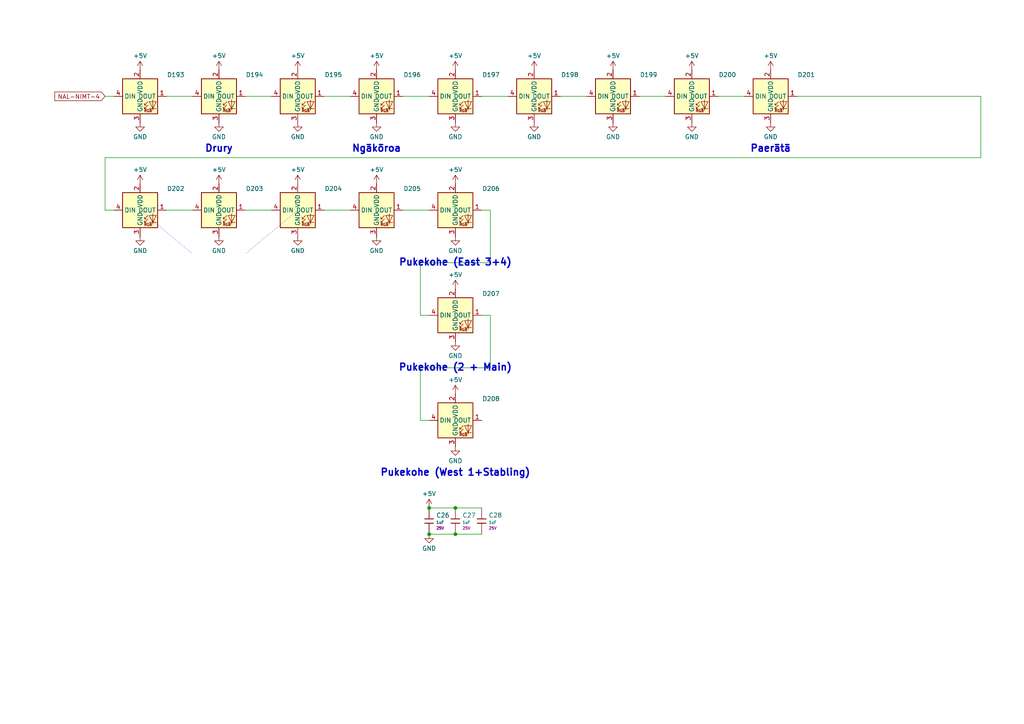
<source format=kicad_sch>
(kicad_sch (version 20250114) (generator "eeschema") (generator_version "9.0")
  (paper "A4")
  (title_block (title "Auckland Train Network Live Map") (date "2025-06-23") (rev "1.1.0") (company "Kea Studios") (comment 1 "©Chris Dirks") (comment 2 "MIT License"))
  (lib_symbols
    (symbol "PCM_JLCPCB-Capacitors:0402,1uF" (pin_numbers (hide yes)) (pin_names (offset 0))
      (property "Reference" "C" (at 2.032 1.668 0))
      (property "Value" "1uF" (at 2.032 -0.3782 0))
      (property "Voltage Rated" "25V" (at 2.032 -2.0462 0))
      (symbol "0402,1uF_0_1"
        (polyline (pts (xy -1.27 0.635) (xy 1.27 0.635)) (stroke (width 0.254)))
        (polyline (pts (xy -1.27 -0.635) (xy 1.27 -0.635)) (stroke (width 0.254)))
      )
      (symbol "0402,1uF_1_1"
        (pin passive line (at 0 3.81 270) (length 3.175) (name "~") (number "1"))
        (pin passive line (at 0 -3.81 90) (length 3.175) (name "~") (number "2"))
      )
    )
    (symbol "PCM_JLCPCB-Extended:LED, WS2812B, 1615"
      (property "Reference" "D" (at 1.778 6.604 0))
      (symbol "LED, WS2812B, 1615_0_0"
        (text "RGB" (at 2.286 -4.191 0) (effects (font (size 0.762 0.762))))
      )
      (symbol "LED, WS2812B, 1615_0_1"
        (polyline (pts (xy 1.27 -2.54) (xy 1.778 -2.54)))
        (polyline (pts (xy 1.27 -3.556) (xy 1.778 -3.556)))
        (polyline (pts (xy 2.286 -1.524) (xy 1.27 -2.54) (xy 1.27 -2.032)))
        (polyline (pts (xy 2.286 -2.54) (xy 1.27 -3.556) (xy 1.27 -3.048)))
        (polyline (pts (xy 3.683 -1.016) (xy 3.683 -3.556) (xy 3.683 -4.064)))
        (polyline (pts (xy 4.699 -1.524) (xy 2.667 -1.524) (xy 3.683 -3.556) (xy 4.699 -1.524)))
        (polyline (pts (xy 4.699 -3.556) (xy 2.667 -3.556)))
        (rectangle (start 5.08 5.08) (end -5.08 -5.08) (stroke (width 0.254)) (fill (type background)))
      )
      (symbol "LED, WS2812B, 1615_1_1"
        (pin input line (at -7.62 0 0) (length 2.54) (name "DIN") (number "4"))
        (pin power_in line (at 0 7.62 270) (length 2.54) (name "VDD") (number "2"))
        (pin power_in line (at 0 -7.62 90) (length 2.54) (name "GND") (number "3"))
        (pin output line (at 7.62 0 180) (length 2.54) (name "DOUT") (number "1"))
      )
    )
    (symbol "power:+5V" (power) (pin_numbers (hide yes)) (pin_names (offset 0) (hide yes))
      (property "Value" "+5V" (at 0 3.556 0))
      (symbol "+5V_0_1"
        (polyline (pts (xy -0.762 1.27) (xy 0 2.54)))
        (polyline (pts (xy 0 2.54) (xy 0.762 1.27)))
        (polyline (pts (xy 0 0) (xy 0 2.54)))
      )
      (symbol "+5V_1_1"
        (pin power_in line (at 0 0 90) (length 0) (name "~") (number "1"))
      )
    )
    (symbol "power:GND" (power) (pin_numbers (hide yes)) (pin_names (offset 0) (hide yes))
      (property "Value" "GND" (at 0 -3.81 0))
      (symbol "GND_0_1"
        (polyline (pts (xy 0 0) (xy 0 -1.27) (xy 1.27 -1.27) (xy 0 -2.54) (xy -1.27 -1.27) (xy 0 -1.27)))
      )
      (symbol "GND_1_1"
        (pin power_in line (at 0 0 270) (length 0) (name "~") (number "1"))
      )
    )
  )
  (text "Paerātā" (at 223.52 43.18 0) (effects (font (size 2 2) (thickness 0.4) (bold yes))))
  (text "Drury" (at 63.5 43.18 0) (effects (font (size 2 2) (thickness 0.4) (bold yes))))
  (text "Pukekohe (2 + Main)" (at 132.08 106.68 0) (effects (font (size 2 2) (thickness 0.4) (bold yes))))
  (text "Pukekohe (East 3+4)" (at 132.08 76.2 0) (effects (font (size 2 2) (thickness 0.4) (bold yes))))
  (text "Ngākōroa" (at 109.22 43.18 0) (effects (font (size 2 2) (thickness 0.4) (bold yes))))
  (text "Pukekohe (West 1+Stabling)" (at 132.08 137.16 0) (effects (font (size 2 2) (thickness 0.4) (bold yes))))
  (junction (at 132.08 147.32))
  (junction (at 132.08 154.94))
  (junction (at 124.46 147.32))
  (junction (at 124.46 154.94))
  (wire (pts (xy 142.24 91.44) (xy 139.7 91.44)))
  (wire (pts (xy 284.48 45.72) (xy 30.48 45.72)))
  (wire (pts (xy 142.24 106.68) (xy 142.24 91.44)))
  (wire (pts (xy 124.46 91.44) (xy 121.92 91.44)))
  (wire (pts (xy 142.24 76.2) (xy 142.24 60.96)))
  (wire (pts (xy 116.84 27.94) (xy 124.46 27.94)))
  (wire (pts (xy 132.08 154.94) (xy 139.7 154.94)))
  (polyline (pts (xy 40.64 60.96) (xy 55.88 73.66)) (stroke (width 0) (type dot)))
  (wire (pts (xy 162.56 27.94) (xy 170.18 27.94)))
  (wire (pts (xy 71.12 27.94) (xy 78.74 27.94)))
  (wire (pts (xy 132.08 147.32) (xy 139.7 147.32)))
  (wire (pts (xy 71.12 60.96) (xy 78.74 60.96)))
  (wire (pts (xy 142.24 60.96) (xy 139.7 60.96)))
  (wire (pts (xy 124.46 154.94) (xy 132.08 154.94)))
  (wire (pts (xy 121.92 76.2) (xy 142.24 76.2)))
  (wire (pts (xy 30.48 60.96) (xy 33.02 60.96)))
  (wire (pts (xy 121.92 106.68) (xy 142.24 106.68)))
  (polyline (pts (xy 86.36 60.96) (xy 71.12 73.66)) (stroke (width 0) (type dot)))
  (wire (pts (xy 121.92 121.92) (xy 121.92 106.68)))
  (wire (pts (xy 139.7 27.94) (xy 147.32 27.94)))
  (wire (pts (xy 30.48 45.72) (xy 30.48 60.96)))
  (wire (pts (xy 208.28 27.94) (xy 215.9 27.94)))
  (wire (pts (xy 231.14 27.94) (xy 284.48 27.94)))
  (wire (pts (xy 93.98 60.96) (xy 101.6 60.96)))
  (wire (pts (xy 30.48 27.94) (xy 33.02 27.94)))
  (wire (pts (xy 48.26 60.96) (xy 55.88 60.96)))
  (wire (pts (xy 284.48 27.94) (xy 284.48 45.72)))
  (wire (pts (xy 185.42 27.94) (xy 193.04 27.94)))
  (wire (pts (xy 121.92 91.44) (xy 121.92 76.2)))
  (wire (pts (xy 48.26 27.94) (xy 55.88 27.94)))
  (wire (pts (xy 124.46 147.32) (xy 132.08 147.32)))
  (wire (pts (xy 116.84 60.96) (xy 124.46 60.96)))
  (wire (pts (xy 93.98 27.94) (xy 101.6 27.94)))
  (wire (pts (xy 124.46 121.92) (xy 121.92 121.92)))
  (global_label "NAL-NIMT-4" (shape input) (at 30.48 27.94 180) (property "Intersheetrefs" "${INTERSHEET_REFS}" (effects (hide yes))))
  (symbol (lib_id "power:GND") (at 132.08 35.56 0) (unit 1)
    (property "Reference" "#PWR0251" (effects (hide yes)))
    (property "Value" "GND" (at 132.08 39.6931 0))
    (property "Description" "Power symbol creates a global label with name \"GND\" , ground" (effects (hide yes)))
  )
  (symbol (lib_id "power:GND") (at 109.22 35.56 0) (unit 1)
    (property "Reference" "#PWR0249" (effects (hide yes)))
    (property "Value" "GND" (at 109.22 39.6931 0))
    (property "Description" "Power symbol creates a global label with name \"GND\" , ground" (effects (hide yes)))
  )
  (symbol (lib_id "PCM_JLCPCB-Extended:LED, WS2812B, 1615") (at 86.36 27.94 0) (unit 1)
    (property "Reference" "D195" (at 96.6976 21.6934 0))
    (property "Value" "XL-1615RGBC-WS2812B-S" (effects (hide yes)))
    (property "Footprint" "PCM_JLCPCB:LED-SMD_4P-L1.6-W1.5_XL-1615RGBC-WS2812B" (effects (hide yes)))
    (property "Datasheet" "https://atta.szlcsc.com/upload/public/pdf/source/20230111/5AD58278EBED6B6650A81C53A19BF314.pdf" (effects (hide yes)))
    (property "Description" "1615 RGB LEDs(Built-in IC) ROHS" (effects (hide yes)))
    (property "LCSC" "C41413180" (effects (hide yes)))
    (property "Manufacturer" "XINGLIGHT" (effects (hide yes)))
    (property "Part" "XL-1615RGBC-WS2812B-S" (effects (hide yes)))
  )
  (symbol (lib_id "power:GND") (at 86.36 68.58 0) (unit 1)
    (property "Reference" "#PWR0265" (effects (hide yes)))
    (property "Value" "GND" (at 86.36 72.7131 0))
    (property "Description" "Power symbol creates a global label with name \"GND\" , ground" (effects (hide yes)))
  )
  (symbol (lib_id "power:GND") (at 40.64 68.58 0) (unit 1)
    (property "Reference" "#PWR0261" (effects (hide yes)))
    (property "Value" "GND" (at 40.64 72.7131 0))
    (property "Description" "Power symbol creates a global label with name \"GND\" , ground" (effects (hide yes)))
  )
  (symbol (lib_id "power:+5V") (at 132.08 114.3 0) (unit 1)
    (property "Reference" "#PWR0272" (effects (hide yes)))
    (property "Value" "+5V" (at 132.08 110.1669 0))
    (property "Description" "Power symbol creates a global label with name \"+5V\"" (effects (hide yes)))
  )
  (symbol (lib_id "power:GND") (at 177.8 35.56 0) (unit 1)
    (property "Reference" "#PWR0255" (effects (hide yes)))
    (property "Value" "GND" (at 177.8 39.6931 0))
    (property "Description" "Power symbol creates a global label with name \"GND\" , ground" (effects (hide yes)))
  )
  (symbol (lib_id "power:+5V") (at 40.64 53.34 0) (unit 1)
    (property "Reference" "#PWR0260" (effects (hide yes)))
    (property "Value" "+5V" (at 40.64 49.2069 0))
    (property "Description" "Power symbol creates a global label with name \"+5V\"" (effects (hide yes)))
  )
  (symbol (lib_id "power:GND") (at 63.5 35.56 0) (unit 1)
    (property "Reference" "#PWR0245" (effects (hide yes)))
    (property "Value" "GND" (at 63.5 39.6931 0))
    (property "Description" "Power symbol creates a global label with name \"GND\" , ground" (effects (hide yes)))
  )
  (symbol (lib_id "power:+5V") (at 154.94 20.32 0) (unit 1)
    (property "Reference" "#PWR0252" (effects (hide yes)))
    (property "Value" "+5V" (at 154.94 16.1869 0))
    (property "Description" "Power symbol creates a global label with name \"+5V\"" (effects (hide yes)))
  )
  (symbol (lib_id "power:+5V") (at 223.52 20.32 0) (unit 1)
    (property "Reference" "#PWR0258" (effects (hide yes)))
    (property "Value" "+5V" (at 223.52 16.1869 0))
    (property "Description" "Power symbol creates a global label with name \"+5V\"" (effects (hide yes)))
  )
  (symbol (lib_id "power:+5V") (at 109.22 53.34 0) (unit 1)
    (property "Reference" "#PWR0266" (effects (hide yes)))
    (property "Value" "+5V" (at 109.22 49.2069 0))
    (property "Description" "Power symbol creates a global label with name \"+5V\"" (effects (hide yes)))
  )
  (symbol (lib_id "power:GND") (at 132.08 129.54 0) (unit 1)
    (property "Reference" "#PWR0273" (effects (hide yes)))
    (property "Value" "GND" (at 132.08 133.6731 0))
    (property "Description" "Power symbol creates a global label with name \"GND\" , ground" (effects (hide yes)))
  )
  (symbol (lib_id "PCM_JLCPCB-Extended:LED, WS2812B, 1615") (at 223.52 27.94 0) (unit 1)
    (property "Reference" "D201" (at 233.8576 21.6934 0))
    (property "Value" "XL-1615RGBC-WS2812B-S" (effects (hide yes)))
    (property "Footprint" "PCM_JLCPCB:LED-SMD_4P-L1.6-W1.5_XL-1615RGBC-WS2812B" (effects (hide yes)))
    (property "Datasheet" "https://atta.szlcsc.com/upload/public/pdf/source/20230111/5AD58278EBED6B6650A81C53A19BF314.pdf" (effects (hide yes)))
    (property "Description" "1615 RGB LEDs(Built-in IC) ROHS" (effects (hide yes)))
    (property "LCSC" "C41413180" (effects (hide yes)))
    (property "Manufacturer" "XINGLIGHT" (effects (hide yes)))
    (property "Part" "XL-1615RGBC-WS2812B-S" (effects (hide yes)))
  )
  (symbol (lib_id "PCM_JLCPCB-Capacitors:0402,1uF") (at 124.46 151.13 0) (unit 1)
    (property "Reference" "C26" (at 126.492 149.462 0) (effects (justify left)))
    (property "Value" "1uF" (at 126.492 151.5082 0) (effects (font (size 0.8 0.8)) (justify left)))
    (property "Footprint" "PCM_JLCPCB:C_0402" (effects (hide yes)))
    (property "Datasheet" "https://www.lcsc.com/datasheet/lcsc_datasheet_2304140030_Samsung-Electro-Mechanics-CL05A105KA5NQNC_C52923.pdf" (effects (hide yes)))
    (property "Description" "25V 1uF X5R ±10% 0402 Multilayer Ceramic Capacitors MLCC - SMD/SMT ROHS" (effects (hide yes)))
    (property "LCSC" "C52923" (effects (hide yes)))
    (property "Stock" "9606588" (effects (hide yes)))
    (property "Price" "0.006USD" (effects (hide yes)))
    (property "Process" "SMT" (effects (hide yes)))
    (property "Minimum Qty" "20" (effects (hide yes)))
    (property "Attrition Qty" "10" (effects (hide yes)))
    (property "Class" "Basic Component" (effects (hide yes)))
    (property "Category" "Capacitors,Multilayer Ceramic Capacitors MLCC - SMD/SMT" (effects (hide yes)))
    (property "Manufacturer" "Samsung Electro-Mechanics" (effects (hide yes)))
    (property "Part" "CL05A105KA5NQNC" (effects (hide yes)))
    (property "Voltage Rated" "25V" (at 126.492 153.1762 0) (effects (font (size 0.8 0.8)) (justify left)))
    (property "Tolerance" "±10%" (effects (hide yes)))
    (property "Capacitance" "1uF" (effects (hide yes)))
    (property "Temperature Coefficient" "X5R" (effects (hide yes)))
  )
  (symbol (lib_id "power:+5V") (at 177.8 20.32 0) (unit 1)
    (property "Reference" "#PWR0254" (effects (hide yes)))
    (property "Value" "+5V" (at 177.8 16.1869 0))
    (property "Description" "Power symbol creates a global label with name \"+5V\"" (effects (hide yes)))
  )
  (symbol (lib_id "PCM_JLCPCB-Extended:LED, WS2812B, 1615") (at 40.64 27.94 0) (unit 1)
    (property "Reference" "D193" (at 50.9776 21.6934 0))
    (property "Value" "XL-1615RGBC-WS2812B-S" (effects (hide yes)))
    (property "Footprint" "PCM_JLCPCB:LED-SMD_4P-L1.6-W1.5_XL-1615RGBC-WS2812B" (effects (hide yes)))
    (property "Datasheet" "https://atta.szlcsc.com/upload/public/pdf/source/20230111/5AD58278EBED6B6650A81C53A19BF314.pdf" (effects (hide yes)))
    (property "Description" "1615 RGB LEDs(Built-in IC) ROHS" (effects (hide yes)))
    (property "LCSC" "C41413180" (effects (hide yes)))
    (property "Manufacturer" "XINGLIGHT" (effects (hide yes)))
    (property "Part" "XL-1615RGBC-WS2812B-S" (effects (hide yes)))
  )
  (symbol (lib_id "PCM_JLCPCB-Capacitors:0402,1uF") (at 139.7 151.13 0) (unit 1)
    (property "Reference" "C28" (at 141.732 149.462 0) (effects (justify left)))
    (property "Value" "1uF" (at 141.732 151.5082 0) (effects (font (size 0.8 0.8)) (justify left)))
    (property "Footprint" "PCM_JLCPCB:C_0402" (effects (hide yes)))
    (property "Datasheet" "https://www.lcsc.com/datasheet/lcsc_datasheet_2304140030_Samsung-Electro-Mechanics-CL05A105KA5NQNC_C52923.pdf" (effects (hide yes)))
    (property "Description" "25V 1uF X5R ±10% 0402 Multilayer Ceramic Capacitors MLCC - SMD/SMT ROHS" (effects (hide yes)))
    (property "LCSC" "C52923" (effects (hide yes)))
    (property "Stock" "9606588" (effects (hide yes)))
    (property "Price" "0.006USD" (effects (hide yes)))
    (property "Process" "SMT" (effects (hide yes)))
    (property "Minimum Qty" "20" (effects (hide yes)))
    (property "Attrition Qty" "10" (effects (hide yes)))
    (property "Class" "Basic Component" (effects (hide yes)))
    (property "Category" "Capacitors,Multilayer Ceramic Capacitors MLCC - SMD/SMT" (effects (hide yes)))
    (property "Manufacturer" "Samsung Electro-Mechanics" (effects (hide yes)))
    (property "Part" "CL05A105KA5NQNC" (effects (hide yes)))
    (property "Voltage Rated" "25V" (at 141.732 153.1762 0) (effects (font (size 0.8 0.8)) (justify left)))
    (property "Tolerance" "±10%" (effects (hide yes)))
    (property "Capacitance" "1uF" (effects (hide yes)))
    (property "Temperature Coefficient" "X5R" (effects (hide yes)))
  )
  (symbol (lib_id "power:GND") (at 200.66 35.56 0) (unit 1)
    (property "Reference" "#PWR0257" (effects (hide yes)))
    (property "Value" "GND" (at 200.66 39.6931 0))
    (property "Description" "Power symbol creates a global label with name \"GND\" , ground" (effects (hide yes)))
  )
  (symbol (lib_id "power:GND") (at 63.5 68.58 0) (unit 1)
    (property "Reference" "#PWR0263" (effects (hide yes)))
    (property "Value" "GND" (at 63.5 72.7131 0))
    (property "Description" "Power symbol creates a global label with name \"GND\" , ground" (effects (hide yes)))
  )
  (symbol (lib_id "PCM_JLCPCB-Extended:LED, WS2812B, 1615") (at 40.64 60.96 0) (unit 1)
    (property "Reference" "D202" (at 50.9776 54.7134 0))
    (property "Value" "XL-1615RGBC-WS2812B-S" (effects (hide yes)))
    (property "Footprint" "PCM_JLCPCB:LED-SMD_4P-L1.6-W1.5_XL-1615RGBC-WS2812B" (effects (hide yes)))
    (property "Datasheet" "https://atta.szlcsc.com/upload/public/pdf/source/20230111/5AD58278EBED6B6650A81C53A19BF314.pdf" (effects (hide yes)))
    (property "Description" "1615 RGB LEDs(Built-in IC) ROHS" (effects (hide yes)))
    (property "LCSC" "C41413180" (effects (hide yes)))
    (property "Manufacturer" "XINGLIGHT" (effects (hide yes)))
    (property "Part" "XL-1615RGBC-WS2812B-S" (effects (hide yes)))
  )
  (symbol (lib_id "PCM_JLCPCB-Extended:LED, WS2812B, 1615") (at 200.66 27.94 0) (unit 1)
    (property "Reference" "D200" (at 210.9976 21.6934 0))
    (property "Value" "XL-1615RGBC-WS2812B-S" (effects (hide yes)))
    (property "Footprint" "PCM_JLCPCB:LED-SMD_4P-L1.6-W1.5_XL-1615RGBC-WS2812B" (effects (hide yes)))
    (property "Datasheet" "https://atta.szlcsc.com/upload/public/pdf/source/20230111/5AD58278EBED6B6650A81C53A19BF314.pdf" (effects (hide yes)))
    (property "Description" "1615 RGB LEDs(Built-in IC) ROHS" (effects (hide yes)))
    (property "LCSC" "C41413180" (effects (hide yes)))
    (property "Manufacturer" "XINGLIGHT" (effects (hide yes)))
    (property "Part" "XL-1615RGBC-WS2812B-S" (effects (hide yes)))
  )
  (symbol (lib_id "power:+5V") (at 132.08 83.82 0) (unit 1)
    (property "Reference" "#PWR0270" (effects (hide yes)))
    (property "Value" "+5V" (at 132.08 79.6869 0))
    (property "Description" "Power symbol creates a global label with name \"+5V\"" (effects (hide yes)))
  )
  (symbol (lib_id "PCM_JLCPCB-Extended:LED, WS2812B, 1615") (at 63.5 60.96 0) (unit 1)
    (property "Reference" "D203" (at 73.8376 54.7134 0))
    (property "Value" "XL-1615RGBC-WS2812B-S" (effects (hide yes)))
    (property "Footprint" "PCM_JLCPCB:LED-SMD_4P-L1.6-W1.5_XL-1615RGBC-WS2812B" (effects (hide yes)))
    (property "Datasheet" "https://atta.szlcsc.com/upload/public/pdf/source/20230111/5AD58278EBED6B6650A81C53A19BF314.pdf" (effects (hide yes)))
    (property "Description" "1615 RGB LEDs(Built-in IC) ROHS" (effects (hide yes)))
    (property "LCSC" "C41413180" (effects (hide yes)))
    (property "Manufacturer" "XINGLIGHT" (effects (hide yes)))
    (property "Part" "XL-1615RGBC-WS2812B-S" (effects (hide yes)))
  )
  (symbol (lib_id "power:+5V") (at 124.46 147.32 0) (unit 1)
    (property "Reference" "#PWR048" (effects (hide yes)))
    (property "Value" "+5V" (at 124.46 143.1869 0))
    (property "Description" "Power symbol creates a global label with name \"+5V\"" (effects (hide yes)))
  )
  (symbol (lib_id "power:GND") (at 124.46 154.94 0) (unit 1)
    (property "Reference" "#PWR049" (effects (hide yes)))
    (property "Value" "GND" (at 124.46 159.0731 0))
    (property "Description" "Power symbol creates a global label with name \"GND\" , ground" (effects (hide yes)))
  )
  (symbol (lib_id "power:GND") (at 40.64 35.56 0) (unit 1)
    (property "Reference" "#PWR0243" (effects (hide yes)))
    (property "Value" "GND" (at 40.64 39.6931 0))
    (property "Description" "Power symbol creates a global label with name \"GND\" , ground" (effects (hide yes)))
  )
  (symbol (lib_id "PCM_JLCPCB-Capacitors:0402,1uF") (at 132.08 151.13 0) (unit 1)
    (property "Reference" "C27" (at 134.112 149.462 0) (effects (justify left)))
    (property "Value" "1uF" (at 134.112 151.5082 0) (effects (font (size 0.8 0.8)) (justify left)))
    (property "Footprint" "PCM_JLCPCB:C_0402" (effects (hide yes)))
    (property "Datasheet" "https://www.lcsc.com/datasheet/lcsc_datasheet_2304140030_Samsung-Electro-Mechanics-CL05A105KA5NQNC_C52923.pdf" (effects (hide yes)))
    (property "Description" "25V 1uF X5R ±10% 0402 Multilayer Ceramic Capacitors MLCC - SMD/SMT ROHS" (effects (hide yes)))
    (property "LCSC" "C52923" (effects (hide yes)))
    (property "Stock" "9606588" (effects (hide yes)))
    (property "Price" "0.006USD" (effects (hide yes)))
    (property "Process" "SMT" (effects (hide yes)))
    (property "Minimum Qty" "20" (effects (hide yes)))
    (property "Attrition Qty" "10" (effects (hide yes)))
    (property "Class" "Basic Component" (effects (hide yes)))
    (property "Category" "Capacitors,Multilayer Ceramic Capacitors MLCC - SMD/SMT" (effects (hide yes)))
    (property "Manufacturer" "Samsung Electro-Mechanics" (effects (hide yes)))
    (property "Part" "CL05A105KA5NQNC" (effects (hide yes)))
    (property "Voltage Rated" "25V" (at 134.112 153.1762 0) (effects (font (size 0.8 0.8)) (justify left)))
    (property "Tolerance" "±10%" (effects (hide yes)))
    (property "Capacitance" "1uF" (effects (hide yes)))
    (property "Temperature Coefficient" "X5R" (effects (hide yes)))
  )
  (symbol (lib_id "PCM_JLCPCB-Extended:LED, WS2812B, 1615") (at 109.22 27.94 0) (unit 1)
    (property "Reference" "D196" (at 119.5576 21.6934 0))
    (property "Value" "XL-1615RGBC-WS2812B-S" (effects (hide yes)))
    (property "Footprint" "PCM_JLCPCB:LED-SMD_4P-L1.6-W1.5_XL-1615RGBC-WS2812B" (effects (hide yes)))
    (property "Datasheet" "https://atta.szlcsc.com/upload/public/pdf/source/20230111/5AD58278EBED6B6650A81C53A19BF314.pdf" (effects (hide yes)))
    (property "Description" "1615 RGB LEDs(Built-in IC) ROHS" (effects (hide yes)))
    (property "LCSC" "C41413180" (effects (hide yes)))
    (property "Manufacturer" "XINGLIGHT" (effects (hide yes)))
    (property "Part" "XL-1615RGBC-WS2812B-S" (effects (hide yes)))
  )
  (symbol (lib_id "power:+5V") (at 63.5 53.34 0) (unit 1)
    (property "Reference" "#PWR0262" (effects (hide yes)))
    (property "Value" "+5V" (at 63.5 49.2069 0))
    (property "Description" "Power symbol creates a global label with name \"+5V\"" (effects (hide yes)))
  )
  (symbol (lib_id "power:GND") (at 86.36 35.56 0) (unit 1)
    (property "Reference" "#PWR0247" (effects (hide yes)))
    (property "Value" "GND" (at 86.36 39.6931 0))
    (property "Description" "Power symbol creates a global label with name \"GND\" , ground" (effects (hide yes)))
  )
  (symbol (lib_id "PCM_JLCPCB-Extended:LED, WS2812B, 1615") (at 132.08 91.44 0) (unit 1)
    (property "Reference" "D207" (at 142.4176 85.1934 0))
    (property "Value" "XL-1615RGBC-WS2812B-S" (effects (hide yes)))
    (property "Footprint" "PCM_JLCPCB:LED-SMD_4P-L1.6-W1.5_XL-1615RGBC-WS2812B" (effects (hide yes)))
    (property "Datasheet" "https://atta.szlcsc.com/upload/public/pdf/source/20230111/5AD58278EBED6B6650A81C53A19BF314.pdf" (effects (hide yes)))
    (property "Description" "1615 RGB LEDs(Built-in IC) ROHS" (effects (hide yes)))
    (property "LCSC" "C41413180" (effects (hide yes)))
    (property "Manufacturer" "XINGLIGHT" (effects (hide yes)))
    (property "Part" "XL-1615RGBC-WS2812B-S" (effects (hide yes)))
  )
  (symbol (lib_id "PCM_JLCPCB-Extended:LED, WS2812B, 1615") (at 132.08 27.94 0) (unit 1)
    (property "Reference" "D197" (at 142.4176 21.6934 0))
    (property "Value" "XL-1615RGBC-WS2812B-S" (effects (hide yes)))
    (property "Footprint" "PCM_JLCPCB:LED-SMD_4P-L1.6-W1.5_XL-1615RGBC-WS2812B" (effects (hide yes)))
    (property "Datasheet" "https://atta.szlcsc.com/upload/public/pdf/source/20230111/5AD58278EBED6B6650A81C53A19BF314.pdf" (effects (hide yes)))
    (property "Description" "1615 RGB LEDs(Built-in IC) ROHS" (effects (hide yes)))
    (property "LCSC" "C41413180" (effects (hide yes)))
    (property "Manufacturer" "XINGLIGHT" (effects (hide yes)))
    (property "Part" "XL-1615RGBC-WS2812B-S" (effects (hide yes)))
  )
  (symbol (lib_id "power:+5V") (at 109.22 20.32 0) (unit 1)
    (property "Reference" "#PWR0248" (effects (hide yes)))
    (property "Value" "+5V" (at 109.22 16.1869 0))
    (property "Description" "Power symbol creates a global label with name \"+5V\"" (effects (hide yes)))
  )
  (symbol (lib_id "power:+5V") (at 200.66 20.32 0) (unit 1)
    (property "Reference" "#PWR0256" (effects (hide yes)))
    (property "Value" "+5V" (at 200.66 16.1869 0))
    (property "Description" "Power symbol creates a global label with name \"+5V\"" (effects (hide yes)))
  )
  (symbol (lib_id "PCM_JLCPCB-Extended:LED, WS2812B, 1615") (at 109.22 60.96 0) (unit 1)
    (property "Reference" "D205" (at 119.5576 54.7134 0))
    (property "Value" "XL-1615RGBC-WS2812B-S" (effects (hide yes)))
    (property "Footprint" "PCM_JLCPCB:LED-SMD_4P-L1.6-W1.5_XL-1615RGBC-WS2812B" (effects (hide yes)))
    (property "Datasheet" "https://atta.szlcsc.com/upload/public/pdf/source/20230111/5AD58278EBED6B6650A81C53A19BF314.pdf" (effects (hide yes)))
    (property "Description" "1615 RGB LEDs(Built-in IC) ROHS" (effects (hide yes)))
    (property "LCSC" "C41413180" (effects (hide yes)))
    (property "Manufacturer" "XINGLIGHT" (effects (hide yes)))
    (property "Part" "XL-1615RGBC-WS2812B-S" (effects (hide yes)))
  )
  (symbol (lib_id "power:GND") (at 109.22 68.58 0) (unit 1)
    (property "Reference" "#PWR0267" (effects (hide yes)))
    (property "Value" "GND" (at 109.22 72.7131 0))
    (property "Description" "Power symbol creates a global label with name \"GND\" , ground" (effects (hide yes)))
  )
  (symbol (lib_id "power:+5V") (at 132.08 53.34 0) (unit 1)
    (property "Reference" "#PWR0268" (effects (hide yes)))
    (property "Value" "+5V" (at 132.08 49.2069 0))
    (property "Description" "Power symbol creates a global label with name \"+5V\"" (effects (hide yes)))
  )
  (symbol (lib_id "power:GND") (at 154.94 35.56 0) (unit 1)
    (property "Reference" "#PWR0253" (effects (hide yes)))
    (property "Value" "GND" (at 154.94 39.6931 0))
    (property "Description" "Power symbol creates a global label with name \"GND\" , ground" (effects (hide yes)))
  )
  (symbol (lib_id "power:+5V") (at 63.5 20.32 0) (unit 1)
    (property "Reference" "#PWR0244" (effects (hide yes)))
    (property "Value" "+5V" (at 63.5 16.1869 0))
    (property "Description" "Power symbol creates a global label with name \"+5V\"" (effects (hide yes)))
  )
  (symbol (lib_id "PCM_JLCPCB-Extended:LED, WS2812B, 1615") (at 177.8 27.94 0) (unit 1)
    (property "Reference" "D199" (at 188.1376 21.6934 0))
    (property "Value" "XL-1615RGBC-WS2812B-S" (effects (hide yes)))
    (property "Footprint" "PCM_JLCPCB:LED-SMD_4P-L1.6-W1.5_XL-1615RGBC-WS2812B" (effects (hide yes)))
    (property "Datasheet" "https://atta.szlcsc.com/upload/public/pdf/source/20230111/5AD58278EBED6B6650A81C53A19BF314.pdf" (effects (hide yes)))
    (property "Description" "1615 RGB LEDs(Built-in IC) ROHS" (effects (hide yes)))
    (property "LCSC" "C41413180" (effects (hide yes)))
    (property "Manufacturer" "XINGLIGHT" (effects (hide yes)))
    (property "Part" "XL-1615RGBC-WS2812B-S" (effects (hide yes)))
  )
  (symbol (lib_id "power:+5V") (at 86.36 20.32 0) (unit 1)
    (property "Reference" "#PWR0246" (effects (hide yes)))
    (property "Value" "+5V" (at 86.36 16.1869 0))
    (property "Description" "Power symbol creates a global label with name \"+5V\"" (effects (hide yes)))
  )
  (symbol (lib_id "PCM_JLCPCB-Extended:LED, WS2812B, 1615") (at 63.5 27.94 0) (unit 1)
    (property "Reference" "D194" (at 73.8376 21.6934 0))
    (property "Value" "XL-1615RGBC-WS2812B-S" (effects (hide yes)))
    (property "Footprint" "PCM_JLCPCB:LED-SMD_4P-L1.6-W1.5_XL-1615RGBC-WS2812B" (effects (hide yes)))
    (property "Datasheet" "https://atta.szlcsc.com/upload/public/pdf/source/20230111/5AD58278EBED6B6650A81C53A19BF314.pdf" (effects (hide yes)))
    (property "Description" "1615 RGB LEDs(Built-in IC) ROHS" (effects (hide yes)))
    (property "LCSC" "C41413180" (effects (hide yes)))
    (property "Manufacturer" "XINGLIGHT" (effects (hide yes)))
    (property "Part" "XL-1615RGBC-WS2812B-S" (effects (hide yes)))
  )
  (symbol (lib_id "power:+5V") (at 132.08 20.32 0) (unit 1)
    (property "Reference" "#PWR0250" (effects (hide yes)))
    (property "Value" "+5V" (at 132.08 16.1869 0))
    (property "Description" "Power symbol creates a global label with name \"+5V\"" (effects (hide yes)))
  )
  (symbol (lib_id "PCM_JLCPCB-Extended:LED, WS2812B, 1615") (at 132.08 60.96 0) (unit 1)
    (property "Reference" "D206" (at 142.4176 54.7134 0))
    (property "Value" "XL-1615RGBC-WS2812B-S" (effects (hide yes)))
    (property "Footprint" "PCM_JLCPCB:LED-SMD_4P-L1.6-W1.5_XL-1615RGBC-WS2812B" (effects (hide yes)))
    (property "Datasheet" "https://atta.szlcsc.com/upload/public/pdf/source/20230111/5AD58278EBED6B6650A81C53A19BF314.pdf" (effects (hide yes)))
    (property "Description" "1615 RGB LEDs(Built-in IC) ROHS" (effects (hide yes)))
    (property "LCSC" "C41413180" (effects (hide yes)))
    (property "Manufacturer" "XINGLIGHT" (effects (hide yes)))
    (property "Part" "XL-1615RGBC-WS2812B-S" (effects (hide yes)))
  )
  (symbol (lib_id "power:+5V") (at 86.36 53.34 0) (unit 1)
    (property "Reference" "#PWR0264" (effects (hide yes)))
    (property "Value" "+5V" (at 86.36 49.2069 0))
    (property "Description" "Power symbol creates a global label with name \"+5V\"" (effects (hide yes)))
  )
  (symbol (lib_id "power:GND") (at 132.08 99.06 0) (unit 1)
    (property "Reference" "#PWR0271" (effects (hide yes)))
    (property "Value" "GND" (at 132.08 103.1931 0))
    (property "Description" "Power symbol creates a global label with name \"GND\" , ground" (effects (hide yes)))
  )
  (symbol (lib_id "power:GND") (at 132.08 68.58 0) (unit 1)
    (property "Reference" "#PWR0269" (effects (hide yes)))
    (property "Value" "GND" (at 132.08 72.7131 0))
    (property "Description" "Power symbol creates a global label with name \"GND\" , ground" (effects (hide yes)))
  )
  (symbol (lib_id "power:GND") (at 223.52 35.56 0) (unit 1)
    (property "Reference" "#PWR0259" (effects (hide yes)))
    (property "Value" "GND" (at 223.52 39.6931 0))
    (property "Description" "Power symbol creates a global label with name \"GND\" , ground" (effects (hide yes)))
  )
  (symbol (lib_id "PCM_JLCPCB-Extended:LED, WS2812B, 1615") (at 154.94 27.94 0) (unit 1)
    (property "Reference" "D198" (at 165.2776 21.6934 0))
    (property "Value" "XL-1615RGBC-WS2812B-S" (effects (hide yes)))
    (property "Footprint" "PCM_JLCPCB:LED-SMD_4P-L1.6-W1.5_XL-1615RGBC-WS2812B" (effects (hide yes)))
    (property "Datasheet" "https://atta.szlcsc.com/upload/public/pdf/source/20230111/5AD58278EBED6B6650A81C53A19BF314.pdf" (effects (hide yes)))
    (property "Description" "1615 RGB LEDs(Built-in IC) ROHS" (effects (hide yes)))
    (property "LCSC" "C41413180" (effects (hide yes)))
    (property "Manufacturer" "XINGLIGHT" (effects (hide yes)))
    (property "Part" "XL-1615RGBC-WS2812B-S" (effects (hide yes)))
  )
  (symbol (lib_id "PCM_JLCPCB-Extended:LED, WS2812B, 1615") (at 132.08 121.92 0) (unit 1)
    (property "Reference" "D208" (at 142.4176 115.6734 0))
    (property "Value" "XL-1615RGBC-WS2812B-S" (effects (hide yes)))
    (property "Footprint" "PCM_JLCPCB:LED-SMD_4P-L1.6-W1.5_XL-1615RGBC-WS2812B" (effects (hide yes)))
    (property "Datasheet" "https://atta.szlcsc.com/upload/public/pdf/source/20230111/5AD58278EBED6B6650A81C53A19BF314.pdf" (effects (hide yes)))
    (property "Description" "1615 RGB LEDs(Built-in IC) ROHS" (effects (hide yes)))
    (property "LCSC" "C41413180" (effects (hide yes)))
    (property "Manufacturer" "XINGLIGHT" (effects (hide yes)))
    (property "Part" "XL-1615RGBC-WS2812B-S" (effects (hide yes)))
  )
  (symbol (lib_id "power:+5V") (at 40.64 20.32 0) (unit 1)
    (property "Reference" "#PWR0242" (effects (hide yes)))
    (property "Value" "+5V" (at 40.64 16.1869 0))
    (property "Description" "Power symbol creates a global label with name \"+5V\"" (effects (hide yes)))
  )
  (symbol (lib_id "PCM_JLCPCB-Extended:LED, WS2812B, 1615") (at 86.36 60.96 0) (unit 1)
    (property "Reference" "D204" (at 96.6976 54.7134 0))
    (property "Value" "XL-1615RGBC-WS2812B-S" (effects (hide yes)))
    (property "Footprint" "PCM_JLCPCB:LED-SMD_4P-L1.6-W1.5_XL-1615RGBC-WS2812B" (effects (hide yes)))
    (property "Datasheet" "https://atta.szlcsc.com/upload/public/pdf/source/20230111/5AD58278EBED6B6650A81C53A19BF314.pdf" (effects (hide yes)))
    (property "Description" "1615 RGB LEDs(Built-in IC) ROHS" (effects (hide yes)))
    (property "LCSC" "C41413180" (effects (hide yes)))
    (property "Manufacturer" "XINGLIGHT" (effects (hide yes)))
    (property "Part" "XL-1615RGBC-WS2812B-S" (effects (hide yes)))
  )
)
</source>
